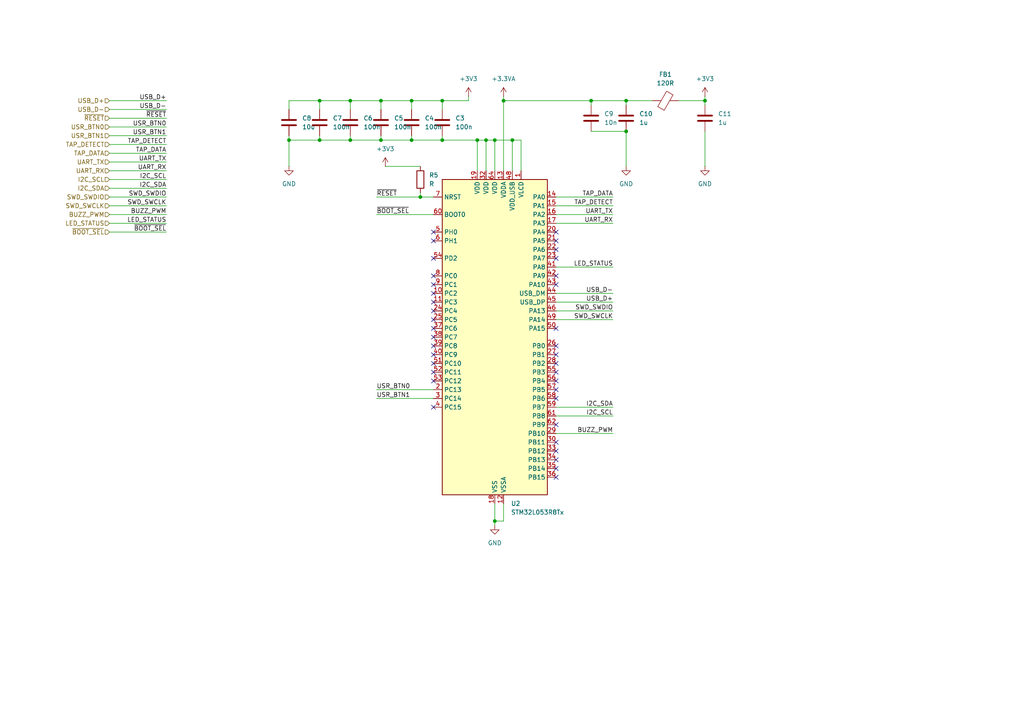
<source format=kicad_sch>
(kicad_sch (version 20250114) (generator "eeschema") (generator_version "9.0")
  (paper "A4")
  (title_block (title "BOKAKA") (date "2025-12-09") (rev "v1.0") (company "DIVA Engineering"))
  (lib_symbols
    (symbol "Device:C" (pin_numbers (hide yes)) (pin_names (offset 0.254))
      (property "Reference" "C" (at 0.635 2.54 0))
      (property "Value" "C" (at 0.635 -2.54 0))
      (symbol "C_0_1"
        (polyline (pts (xy -2.032 0.762) (xy 2.032 0.762)) (stroke (width 0.508)))
        (polyline (pts (xy -2.032 -0.762) (xy 2.032 -0.762)) (stroke (width 0.508)))
      )
      (symbol "C_1_1"
        (pin passive line (at 0 3.81 270) (length 2.794) (name "~") (number "1"))
        (pin passive line (at 0 -3.81 90) (length 2.794) (name "~") (number "2"))
      )
    )
    (symbol "Device:FerriteBead" (pin_numbers (hide yes)) (pin_names (offset 0))
      (property "Reference" "FB" (at -3.81 0.635 90))
      (property "Value" "FerriteBead" (at 3.81 0 90))
      (symbol "FerriteBead_0_1"
        (polyline (pts (xy -2.7686 0.4064) (xy -1.7018 2.2606) (xy 2.7686 -0.3048) (xy 1.6764 -2.159) (xy -2.7686 0.4064)))
        (polyline (pts (xy 0 1.27) (xy 0 1.2954)))
        (polyline (pts (xy 0 -1.27) (xy 0 -1.2192)))
      )
      (symbol "FerriteBead_1_1"
        (pin passive line (at 0 3.81 270) (length 2.54) (name "~") (number "1"))
        (pin passive line (at 0 -3.81 90) (length 2.54) (name "~") (number "2"))
      )
    )
    (symbol "Device:R" (pin_numbers (hide yes)) (pin_names (offset 0))
      (property "Reference" "R" (at 2.032 0 90))
      (property "Value" "R" (at 0 0 90))
      (symbol "R_0_1"
        (rectangle (start -1.016 -2.54) (end 1.016 2.54) (stroke (width 0.254)))
      )
      (symbol "R_1_1"
        (pin passive line (at 0 3.81 270) (length 1.27) (name "~") (number "1"))
        (pin passive line (at 0 -3.81 90) (length 1.27) (name "~") (number "2"))
      )
    )
    (symbol "MCU_ST_STM32L0:STM32L053R8Tx"
      (property "Reference" "U" (at -15.24 46.99 0))
      (property "Value" "STM32L053R8Tx" (at 10.16 46.99 0))
      (symbol "STM32L053R8Tx_0_1"
        (rectangle (start -15.24 -45.72) (end 15.24 45.72) (stroke (width 0.254)) (fill (type background)))
      )
      (symbol "STM32L053R8Tx_1_1"
        (pin input line (at -17.78 40.64 0) (length 2.54) (name "NRST") (number "7"))
        (pin input line (at -17.78 35.56 0) (length 2.54) (name "BOOT0") (number "60"))
        (pin bidirectional line (at -17.78 30.48 0) (length 2.54) (name "PH0") (number "5"))
        (pin bidirectional line (at -17.78 27.94 0) (length 2.54) (name "PH1") (number "6"))
        (pin bidirectional line (at -17.78 22.86 0) (length 2.54) (name "PD2") (number "54"))
        (pin bidirectional line (at -17.78 17.78 0) (length 2.54) (name "PC0") (number "8"))
        (pin bidirectional line (at -17.78 15.24 0) (length 2.54) (name "PC1") (number "9"))
        (pin bidirectional line (at -17.78 12.7 0) (length 2.54) (name "PC2") (number "10"))
        (pin bidirectional line (at -17.78 10.16 0) (length 2.54) (name "PC3") (number "11"))
        (pin bidirectional line (at -17.78 7.62 0) (length 2.54) (name "PC4") (number "24"))
        (pin bidirectional line (at -17.78 5.08 0) (length 2.54) (name "PC5") (number "25"))
        (pin bidirectional line (at -17.78 2.54 0) (length 2.54) (name "PC6") (number "37"))
        (pin bidirectional line (at -17.78 0 0) (length 2.54) (name "PC7") (number "38"))
        (pin bidirectional line (at -17.78 -2.54 0) (length 2.54) (name "PC8") (number "39"))
        (pin bidirectional line (at -17.78 -5.08 0) (length 2.54) (name "PC9") (number "40"))
        (pin bidirectional line (at -17.78 -7.62 0) (length 2.54) (name "PC10") (number "51"))
        (pin bidirectional line (at -17.78 -10.16 0) (length 2.54) (name "PC11") (number "52"))
        (pin bidirectional line (at -17.78 -12.7 0) (length 2.54) (name "PC12") (number "53"))
        (pin bidirectional line (at -17.78 -15.24 0) (length 2.54) (name "PC13") (number "2"))
        (pin bidirectional line (at -17.78 -17.78 0) (length 2.54) (name "PC14") (number "3"))
        (pin bidirectional line (at -17.78 -20.32 0) (length 2.54) (name "PC15") (number "4"))
        (pin power_in line (at -5.08 48.26 270) (length 2.54) (name "VDD") (number "19"))
        (pin power_in line (at -2.54 48.26 270) (length 2.54) (name "VDD") (number "32"))
        (pin power_in line (at 0 48.26 270) (length 2.54) (name "VDD") (number "64"))
        (pin power_in line (at 0 -48.26 90) (length 2.54) (name "VSS") (number "18"))
        (pin passive line (at 0 -48.26 90) (length 2.54) (hide yes) (name "VSS") (number "31"))
        (pin passive line (at 0 -48.26 90) (length 2.54) (hide yes) (name "VSS") (number "47"))
        (pin passive line (at 0 -48.26 90) (length 2.54) (hide yes) (name "VSS") (number "63"))
        (pin power_in line (at 2.54 48.26 270) (length 2.54) (name "VDDA") (number "13"))
        (pin power_in line (at 2.54 -48.26 90) (length 2.54) (name "VSSA") (number "12"))
        (pin power_in line (at 5.08 48.26 270) (length 2.54) (name "VDD_USB") (number "48"))
        (pin power_in line (at 7.62 48.26 270) (length 2.54) (name "VLCD") (number "1"))
        (pin bidirectional line (at 17.78 40.64 180) (length 2.54) (name "PA0") (number "14"))
        (pin bidirectional line (at 17.78 38.1 180) (length 2.54) (name "PA1") (number "15"))
        (pin bidirectional line (at 17.78 35.56 180) (length 2.54) (name "PA2") (number "16"))
        (pin bidirectional line (at 17.78 33.02 180) (length 2.54) (name "PA3") (number "17"))
        (pin bidirectional line (at 17.78 30.48 180) (length 2.54) (name "PA4") (number "20"))
        (pin bidirectional line (at 17.78 27.94 180) (length 2.54) (name "PA5") (number "21"))
        (pin bidirectional line (at 17.78 25.4 180) (length 2.54) (name "PA6") (number "22"))
        (pin bidirectional line (at 17.78 22.86 180) (length 2.54) (name "PA7") (number "23"))
        (pin bidirectional line (at 17.78 20.32 180) (length 2.54) (name "PA8") (number "41"))
        (pin bidirectional line (at 17.78 17.78 180) (length 2.54) (name "PA9") (number "42"))
        (pin bidirectional line (at 17.78 15.24 180) (length 2.54) (name "PA10") (number "43"))
        (pin bidirectional line (at 17.78 12.7 180) (length 2.54) (name "PA11") (number "44") (alternate "USB_DM" bidirectional line))
        (pin bidirectional line (at 17.78 10.16 180) (length 2.54) (name "PA12") (number "45") (alternate "USB_DP" bidirectional line))
        (pin bidirectional line (at 17.78 7.62 180) (length 2.54) (name "PA13") (number "46"))
        (pin bidirectional line (at 17.78 5.08 180) (length 2.54) (name "PA14") (number "49"))
        (pin bidirectional line (at 17.78 2.54 180) (length 2.54) (name "PA15") (number "50"))
        (pin bidirectional line (at 17.78 -2.54 180) (length 2.54) (name "PB0") (number "26"))
        (pin bidirectional line (at 17.78 -5.08 180) (length 2.54) (name "PB1") (number "27"))
        (pin bidirectional line (at 17.78 -7.62 180) (length 2.54) (name "PB2") (number "28"))
        (pin bidirectional line (at 17.78 -10.16 180) (length 2.54) (name "PB3") (number "55"))
        (pin bidirectional line (at 17.78 -12.7 180) (length 2.54) (name "PB4") (number "56"))
        (pin bidirectional line (at 17.78 -15.24 180) (length 2.54) (name "PB5") (number "57"))
        (pin bidirectional line (at 17.78 -17.78 180) (length 2.54) (name "PB6") (number "58"))
        (pin bidirectional line (at 17.78 -20.32 180) (length 2.54) (name "PB7") (number "59"))
        (pin bidirectional line (at 17.78 -22.86 180) (length 2.54) (name "PB8") (number "61"))
        (pin bidirectional line (at 17.78 -25.4 180) (length 2.54) (name "PB9") (number "62"))
        (pin bidirectional line (at 17.78 -27.94 180) (length 2.54) (name "PB10") (number "29"))
        (pin bidirectional line (at 17.78 -30.48 180) (length 2.54) (name "PB11") (number "30"))
        (pin bidirectional line (at 17.78 -33.02 180) (length 2.54) (name "PB12") (number "33"))
        (pin bidirectional line (at 17.78 -35.56 180) (length 2.54) (name "PB13") (number "34"))
        (pin bidirectional line (at 17.78 -38.1 180) (length 2.54) (name "PB14") (number "35"))
        (pin bidirectional line (at 17.78 -40.64 180) (length 2.54) (name "PB15") (number "36"))
      )
    )
    (symbol "power:+3.3VA" (power) (pin_numbers (hide yes)) (pin_names (offset 0) (hide yes))
      (property "Value" "+3.3VA" (at 0 3.556 0))
      (symbol "+3.3VA_0_1"
        (polyline (pts (xy -0.762 1.27) (xy 0 2.54)))
        (polyline (pts (xy 0 2.54) (xy 0.762 1.27)))
        (polyline (pts (xy 0 0) (xy 0 2.54)))
      )
      (symbol "+3.3VA_1_1"
        (pin power_in line (at 0 0 90) (length 0) (name "~") (number "1"))
      )
    )
    (symbol "power:+3V3" (power) (pin_numbers (hide yes)) (pin_names (offset 0) (hide yes))
      (property "Value" "+3V3" (at 0 3.556 0))
      (symbol "+3V3_0_1"
        (polyline (pts (xy -0.762 1.27) (xy 0 2.54)))
        (polyline (pts (xy 0 2.54) (xy 0.762 1.27)))
        (polyline (pts (xy 0 0) (xy 0 2.54)))
      )
      (symbol "+3V3_1_1"
        (pin power_in line (at 0 0 90) (length 0) (name "~") (number "1"))
      )
    )
    (symbol "power:GND" (power) (pin_numbers (hide yes)) (pin_names (offset 0) (hide yes))
      (property "Value" "GND" (at 0 -3.81 0))
      (symbol "GND_0_1"
        (polyline (pts (xy 0 0) (xy 0 -1.27) (xy 1.27 -1.27) (xy 0 -2.54) (xy -1.27 -1.27) (xy 0 -1.27)))
      )
      (symbol "GND_1_1"
        (pin power_in line (at 0 0 270) (length 0) (name "~") (number "1"))
      )
    )
  )
  (junction (at 119.38 40.64))
  (junction (at 140.97 40.64))
  (junction (at 143.51 151.13))
  (junction (at 128.27 29.21))
  (junction (at 171.45 29.21))
  (junction (at 101.6 40.64))
  (junction (at 181.61 38.1))
  (junction (at 181.61 29.21))
  (junction (at 92.71 29.21))
  (junction (at 110.49 40.64))
  (junction (at 204.47 29.21))
  (junction (at 92.71 40.64))
  (junction (at 138.43 40.64))
  (junction (at 121.92 57.15))
  (junction (at 143.51 40.64))
  (junction (at 83.82 40.64))
  (junction (at 148.59 40.64))
  (junction (at 146.05 29.21))
  (junction (at 110.49 29.21))
  (junction (at 119.38 29.21))
  (junction (at 101.6 29.21))
  (junction (at 128.27 40.64))
  (no_connect (at 161.29 67.31))
  (no_connect (at 161.29 113.03))
  (no_connect (at 161.29 115.57))
  (no_connect (at 161.29 105.41))
  (no_connect (at 161.29 102.87))
  (no_connect (at 161.29 80.01))
  (no_connect (at 161.29 130.81))
  (no_connect (at 161.29 100.33))
  (no_connect (at 161.29 110.49))
  (no_connect (at 125.73 92.71))
  (no_connect (at 125.73 102.87))
  (no_connect (at 125.73 80.01))
  (no_connect (at 125.73 90.17))
  (no_connect (at 125.73 87.63))
  (no_connect (at 161.29 95.25))
  (no_connect (at 161.29 133.35))
  (no_connect (at 161.29 138.43))
  (no_connect (at 161.29 72.39))
  (no_connect (at 161.29 74.93))
  (no_connect (at 125.73 69.85))
  (no_connect (at 125.73 82.55))
  (no_connect (at 161.29 82.55))
  (no_connect (at 161.29 123.19))
  (no_connect (at 161.29 107.95))
  (no_connect (at 125.73 105.41))
  (no_connect (at 125.73 118.11))
  (no_connect (at 125.73 110.49))
  (no_connect (at 125.73 107.95))
  (no_connect (at 125.73 95.25))
  (no_connect (at 125.73 100.33))
  (no_connect (at 125.73 85.09))
  (no_connect (at 125.73 74.93))
  (no_connect (at 161.29 135.89))
  (no_connect (at 161.29 128.27))
  (no_connect (at 125.73 97.79))
  (no_connect (at 125.73 67.31))
  (no_connect (at 161.29 69.85))
  (wire (pts (xy 181.61 29.21) (xy 181.61 30.48)))
  (wire (pts (xy 101.6 39.37) (xy 101.6 40.64)))
  (wire (pts (xy 31.75 62.23) (xy 48.26 62.23)))
  (wire (pts (xy 161.29 90.17) (xy 177.8 90.17)))
  (wire (pts (xy 119.38 40.64) (xy 119.38 39.37)))
  (wire (pts (xy 31.75 29.21) (xy 48.26 29.21)))
  (wire (pts (xy 143.51 40.64) (xy 143.51 49.53)))
  (wire (pts (xy 146.05 151.13) (xy 143.51 151.13)))
  (wire (pts (xy 31.75 64.77) (xy 48.26 64.77)))
  (wire (pts (xy 31.75 49.53) (xy 48.26 49.53)))
  (wire (pts (xy 161.29 59.69) (xy 177.8 59.69)))
  (wire (pts (xy 171.45 29.21) (xy 181.61 29.21)))
  (wire (pts (xy 83.82 29.21) (xy 83.82 31.75)))
  (wire (pts (xy 121.92 57.15) (xy 109.22 57.15)))
  (wire (pts (xy 171.45 29.21) (xy 171.45 30.48)))
  (wire (pts (xy 171.45 38.1) (xy 181.61 38.1)))
  (wire (pts (xy 31.75 31.75) (xy 48.26 31.75)))
  (wire (pts (xy 196.85 29.21) (xy 204.47 29.21)))
  (wire (pts (xy 101.6 29.21) (xy 110.49 29.21)))
  (wire (pts (xy 128.27 29.21) (xy 128.27 31.75)))
  (wire (pts (xy 31.75 67.31) (xy 48.26 67.31)))
  (wire (pts (xy 161.29 92.71) (xy 177.8 92.71)))
  (wire (pts (xy 161.29 87.63) (xy 177.8 87.63)))
  (wire (pts (xy 151.13 40.64) (xy 151.13 49.53)))
  (wire (pts (xy 138.43 40.64) (xy 138.43 49.53)))
  (wire (pts (xy 119.38 29.21) (xy 119.38 31.75)))
  (wire (pts (xy 143.51 151.13) (xy 143.51 152.4)))
  (wire (pts (xy 101.6 40.64) (xy 92.71 40.64)))
  (wire (pts (xy 128.27 40.64) (xy 138.43 40.64)))
  (wire (pts (xy 92.71 39.37) (xy 92.71 40.64)))
  (wire (pts (xy 128.27 29.21) (xy 135.89 29.21)))
  (wire (pts (xy 204.47 29.21) (xy 204.47 30.48)))
  (wire (pts (xy 83.82 29.21) (xy 92.71 29.21)))
  (wire (pts (xy 204.47 29.21) (xy 204.47 27.94)))
  (wire (pts (xy 146.05 29.21) (xy 146.05 49.53)))
  (wire (pts (xy 31.75 39.37) (xy 48.26 39.37)))
  (wire (pts (xy 146.05 29.21) (xy 171.45 29.21)))
  (wire (pts (xy 31.75 59.69) (xy 48.26 59.69)))
  (wire (pts (xy 31.75 46.99) (xy 48.26 46.99)))
  (wire (pts (xy 161.29 77.47) (xy 177.8 77.47)))
  (wire (pts (xy 161.29 57.15) (xy 177.8 57.15)))
  (wire (pts (xy 161.29 85.09) (xy 177.8 85.09)))
  (wire (pts (xy 31.75 52.07) (xy 48.26 52.07)))
  (wire (pts (xy 119.38 29.21) (xy 128.27 29.21)))
  (wire (pts (xy 101.6 29.21) (xy 101.6 31.75)))
  (wire (pts (xy 146.05 27.94) (xy 146.05 29.21)))
  (wire (pts (xy 31.75 54.61) (xy 48.26 54.61)))
  (wire (pts (xy 161.29 125.73) (xy 177.8 125.73)))
  (wire (pts (xy 110.49 29.21) (xy 119.38 29.21)))
  (wire (pts (xy 111.76 48.26) (xy 121.92 48.26)))
  (wire (pts (xy 181.61 38.1) (xy 181.61 48.26)))
  (wire (pts (xy 148.59 40.64) (xy 151.13 40.64)))
  (wire (pts (xy 140.97 40.64) (xy 140.97 49.53)))
  (wire (pts (xy 92.71 29.21) (xy 92.71 31.75)))
  (wire (pts (xy 146.05 146.05) (xy 146.05 151.13)))
  (wire (pts (xy 143.51 40.64) (xy 148.59 40.64)))
  (wire (pts (xy 31.75 34.29) (xy 48.26 34.29)))
  (wire (pts (xy 161.29 120.65) (xy 177.8 120.65)))
  (wire (pts (xy 135.89 27.94) (xy 135.89 29.21)))
  (wire (pts (xy 83.82 40.64) (xy 83.82 39.37)))
  (wire (pts (xy 125.73 57.15) (xy 121.92 57.15)))
  (wire (pts (xy 161.29 62.23) (xy 177.8 62.23)))
  (wire (pts (xy 119.38 40.64) (xy 128.27 40.64)))
  (wire (pts (xy 110.49 31.75) (xy 110.49 29.21)))
  (wire (pts (xy 140.97 40.64) (xy 143.51 40.64)))
  (wire (pts (xy 204.47 38.1) (xy 204.47 48.26)))
  (wire (pts (xy 31.75 36.83) (xy 48.26 36.83)))
  (wire (pts (xy 83.82 40.64) (xy 83.82 48.26)))
  (wire (pts (xy 121.92 55.88) (xy 121.92 57.15)))
  (wire (pts (xy 125.73 115.57) (xy 109.22 115.57)))
  (wire (pts (xy 125.73 62.23) (xy 109.22 62.23)))
  (wire (pts (xy 31.75 44.45) (xy 48.26 44.45)))
  (wire (pts (xy 143.51 146.05) (xy 143.51 151.13)))
  (wire (pts (xy 31.75 57.15) (xy 48.26 57.15)))
  (wire (pts (xy 31.75 41.91) (xy 48.26 41.91)))
  (wire (pts (xy 128.27 40.64) (xy 128.27 39.37)))
  (wire (pts (xy 181.61 29.21) (xy 189.23 29.21)))
  (wire (pts (xy 92.71 29.21) (xy 101.6 29.21)))
  (wire (pts (xy 161.29 64.77) (xy 177.8 64.77)))
  (wire (pts (xy 161.29 118.11) (xy 177.8 118.11)))
  (wire (pts (xy 138.43 40.64) (xy 140.97 40.64)))
  (wire (pts (xy 92.71 40.64) (xy 83.82 40.64)))
  (wire (pts (xy 110.49 39.37) (xy 110.49 40.64)))
  (wire (pts (xy 101.6 40.64) (xy 110.49 40.64)))
  (wire (pts (xy 110.49 40.64) (xy 119.38 40.64)))
  (wire (pts (xy 125.73 113.03) (xy 109.22 113.03)))
  (wire (pts (xy 148.59 40.64) (xy 148.59 49.53)))
  (label "BUZZ_PWM" (at 48.26 62.23 180))
  (label "UART_RX" (at 48.26 49.53 180))
  (label "USB_D-" (at 177.8 85.09 180))
  (label "SWD_SWDIO" (at 48.26 57.15 180))
  (label "TAP_DETECT" (at 48.26 41.91 180))
  (label "USR_BTN1" (at 48.26 39.37 180))
  (label "~{RESET}" (at 109.22 57.15 0))
  (label "I2C_SDA" (at 177.8 118.11 180))
  (label "~{RESET}" (at 48.26 34.29 180))
  (label "USR_BTN1" (at 109.22 115.57 0))
  (label "I2C_SCL" (at 48.26 52.07 180))
  (label "UART_RX" (at 177.8 64.77 180))
  (label "BUZZ_PWM" (at 177.8 125.73 180))
  (label "TAP_DATA" (at 48.26 44.45 180))
  (label "LED_STATUS" (at 177.8 77.47 180))
  (label "I2C_SDA" (at 48.26 54.61 180))
  (label "TAP_DETECT" (at 177.8 59.69 180))
  (label "LED_STATUS" (at 48.26 64.77 180))
  (label "UART_TX" (at 177.8 62.23 180))
  (label "SWD_SWCLK" (at 48.26 59.69 180))
  (label "USB_D-" (at 48.26 31.75 180))
  (label "USR_BTN0" (at 48.26 36.83 180))
  (label "~{BOOT_SEL}" (at 109.22 62.23 0))
  (label "USR_BTN0" (at 109.22 113.03 0))
  (label "~{BOOT_SEL}" (at 48.26 67.31 180))
  (label "USB_D+" (at 177.8 87.63 180))
  (label "I2C_SCL" (at 177.8 120.65 180))
  (label "SWD_SWCLK" (at 177.8 92.71 180))
  (label "TAP_DATA" (at 177.8 57.15 180))
  (label "USB_D+" (at 48.26 29.21 180))
  (label "SWD_SWDIO" (at 177.8 90.17 180))
  (label "UART_TX" (at 48.26 46.99 180))
  (hierarchical_label "BUZZ_PWM" (shape input) (at 31.75 62.23 180))
  (hierarchical_label "UART_TX" (shape input) (at 31.75 46.99 180))
  (hierarchical_label "I2C_SCL" (shape input) (at 31.75 52.07 180))
  (hierarchical_label "I2C_SDA" (shape input) (at 31.75 54.61 180))
  (hierarchical_label "LED_STATUS" (shape input) (at 31.75 64.77 180))
  (hierarchical_label "TAP_DATA" (shape input) (at 31.75 44.45 180))
  (hierarchical_label "USB_D+" (shape input) (at 31.75 29.21 180))
  (hierarchical_label "USB_D-" (shape input) (at 31.75 31.75 180))
  (hierarchical_label "~{BOOT_SEL}" (shape input) (at 31.75 67.31 180))
  (hierarchical_label "TAP_DETECT" (shape input) (at 31.75 41.91 180))
  (hierarchical_label "SWD_SWCLK" (shape input) (at 31.75 59.69 180))
  (hierarchical_label "~{RESET}" (shape input) (at 31.75 34.29 180))
  (hierarchical_label "USR_BTN1" (shape input) (at 31.75 39.37 180))
  (hierarchical_label "USR_BTN0" (shape input) (at 31.75 36.83 180))
  (hierarchical_label "UART_RX" (shape input) (at 31.75 49.53 180))
  (hierarchical_label "SWD_SWDIO" (shape input) (at 31.75 57.15 180))
  (symbol (lib_id "Device:C") (at 110.49 35.56 0) (unit 1)
    (property "Reference" "C5" (at 114.3 34.2899 0) (effects (justify left)))
    (property "Value" "100n" (at 114.3 36.8299 0) (effects (justify left)))
    (property "Description" "Unpolarized capacitor" (effects (hide yes)))
  )
  (symbol (lib_id "power:+3.3VA") (at 146.05 27.94 0) (unit 1)
    (property "Reference" "#PWR014" (effects (hide yes)))
    (property "Value" "+3.3VA" (at 146.05 22.86 0))
    (property "Description" "Power symbol creates a global label with name \"+3.3VA\"" (effects (hide yes)))
  )
  (symbol (lib_id "Device:C") (at 119.38 35.56 0) (unit 1)
    (property "Reference" "C4" (at 123.19 34.2899 0) (effects (justify left)))
    (property "Value" "100n" (at 123.19 36.8299 0) (effects (justify left)))
    (property "Description" "Unpolarized capacitor" (effects (hide yes)))
  )
  (symbol (lib_id "Device:C") (at 128.27 35.56 0) (unit 1)
    (property "Reference" "C3" (at 132.08 34.2899 0) (effects (justify left)))
    (property "Value" "100n" (at 132.08 36.8299 0) (effects (justify left)))
    (property "Description" "Unpolarized capacitor" (effects (hide yes)))
  )
  (symbol (lib_id "power:+3V3") (at 111.76 48.26 0) (unit 1)
    (property "Reference" "#PWR016" (effects (hide yes)))
    (property "Value" "+3V3" (at 111.76 43.18 0))
    (property "Description" "Power symbol creates a global label with name \"+3V3\"" (effects (hide yes)))
  )
  (symbol (lib_id "power:+3V3") (at 135.89 27.94 0) (unit 1)
    (property "Reference" "#PWR026" (effects (hide yes)))
    (property "Value" "+3V3" (at 135.89 22.86 0))
    (property "Description" "Power symbol creates a global label with name \"+3V3\"" (effects (hide yes)))
  )
  (symbol (lib_id "Device:C") (at 83.82 35.56 0) (unit 1)
    (property "Reference" "C8" (at 87.63 34.2899 0) (effects (justify left)))
    (property "Value" "10u" (at 87.63 36.8299 0) (effects (justify left)))
    (property "Description" "Unpolarized capacitor" (effects (hide yes)))
  )
  (symbol (lib_id "Device:R") (at 121.92 52.07 180) (unit 1)
    (property "Reference" "R5" (at 124.46 50.7999 0) (effects (justify right)))
    (property "Value" "R" (at 124.46 53.3399 0) (effects (justify right)))
    (property "Description" "Resistor" (effects (hide yes)))
  )
  (symbol (lib_id "Device:C") (at 204.47 34.29 0) (unit 1)
    (property "Reference" "C11" (at 208.28 33.0199 0) (effects (justify left)))
    (property "Value" "1u" (at 208.28 35.5599 0) (effects (justify left)))
    (property "Description" "Unpolarized capacitor" (effects (hide yes)))
  )
  (symbol (lib_id "Device:FerriteBead") (at 193.04 29.21 90) (unit 1)
    (property "Reference" "FB1" (at 192.9892 21.59 90))
    (property "Value" "120R" (at 192.9892 24.13 90))
    (property "Description" "Ferrite bead" (effects (hide yes)))
  )
  (symbol (lib_id "Device:C") (at 101.6 35.56 0) (unit 1)
    (property "Reference" "C6" (at 105.41 34.2899 0) (effects (justify left)))
    (property "Value" "100n" (at 105.41 36.8299 0) (effects (justify left)))
    (property "Description" "Unpolarized capacitor" (effects (hide yes)))
  )
  (symbol (lib_id "MCU_ST_STM32L0:STM32L053R8Tx") (at 143.51 97.79 0) (unit 1)
    (property "Reference" "U2" (at 148.1933 146.05 0) (effects (justify left)))
    (property "Value" "STM32L053R8Tx" (at 148.1933 148.59 0) (effects (justify left)))
    (property "Footprint" "Package_QFP:LQFP-64_10x10mm_P0.5mm" (effects (hide yes)))
    (property "Datasheet" "https://www.st.com/resource/en/datasheet/stm32l053r8.pdf" (effects (hide yes)))
    (property "Description" "STMicroelectronics Arm Cortex-M0+ MCU, 64KB flash, 8KB RAM, 32 MHz, 1.65-3.6V, 51 GPIO, LQFP64" (effects (hide yes)))
    (pin "45" (alternate "USB_DP"))
    (pin "44" (alternate "USB_DM"))
  )
  (symbol (lib_id "power:GND") (at 83.82 48.26 0) (unit 1)
    (property "Reference" "#PWR012" (effects (hide yes)))
    (property "Value" "GND" (at 83.82 53.34 0))
    (property "Description" "Power symbol creates a global label with name \"GND\" , ground" (effects (hide yes)))
  )
  (symbol (lib_id "Device:C") (at 171.45 34.29 0) (unit 1)
    (property "Reference" "C9" (at 175.26 33.0199 0) (effects (justify left)))
    (property "Value" "10n" (at 175.26 35.5599 0) (effects (justify left)))
    (property "Description" "Unpolarized capacitor" (effects (hide yes)))
  )
  (symbol (lib_id "power:GND") (at 181.61 48.26 0) (unit 1)
    (property "Reference" "#PWR015" (effects (hide yes)))
    (property "Value" "GND" (at 181.61 53.34 0))
    (property "Description" "Power symbol creates a global label with name \"GND\" , ground" (effects (hide yes)))
  )
  (symbol (lib_id "Device:C") (at 92.71 35.56 0) (unit 1)
    (property "Reference" "C7" (at 96.52 34.2899 0) (effects (justify left)))
    (property "Value" "100n" (at 96.52 36.8299 0) (effects (justify left)))
    (property "Description" "Unpolarized capacitor" (effects (hide yes)))
  )
  (symbol (lib_id "power:GND") (at 143.51 152.4 0) (unit 1)
    (property "Reference" "#PWR011" (effects (hide yes)))
    (property "Value" "GND" (at 143.51 157.48 0))
    (property "Description" "Power symbol creates a global label with name \"GND\" , ground" (effects (hide yes)))
  )
  (symbol (lib_id "power:GND") (at 204.47 48.26 0) (unit 1)
    (property "Reference" "#PWR017" (effects (hide yes)))
    (property "Value" "GND" (at 204.47 53.34 0))
    (property "Description" "Power symbol creates a global label with name \"GND\" , ground" (effects (hide yes)))
  )
  (symbol (lib_id "Device:C") (at 181.61 34.29 0) (unit 1)
    (property "Reference" "C10" (at 185.42 33.0199 0) (effects (justify left)))
    (property "Value" "1u" (at 185.42 35.5599 0) (effects (justify left)))
    (property "Description" "Unpolarized capacitor" (effects (hide yes)))
  )
  (symbol (lib_id "power:+3V3") (at 204.47 27.94 0) (unit 1)
    (property "Reference" "#PWR013" (effects (hide yes)))
    (property "Value" "+3V3" (at 204.47 22.86 0))
    (property "Description" "Power symbol creates a global label with name \"+3V3\"" (effects (hide yes)))
  )
)
</source>
